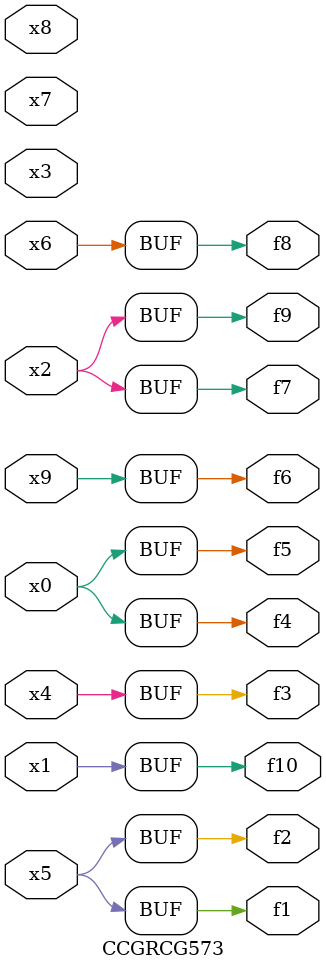
<source format=v>
module CCGRCG573(
	input x0, x1, x2, x3, x4, x5, x6, x7, x8, x9,
	output f1, f2, f3, f4, f5, f6, f7, f8, f9, f10
);
	assign f1 = x5;
	assign f2 = x5;
	assign f3 = x4;
	assign f4 = x0;
	assign f5 = x0;
	assign f6 = x9;
	assign f7 = x2;
	assign f8 = x6;
	assign f9 = x2;
	assign f10 = x1;
endmodule

</source>
